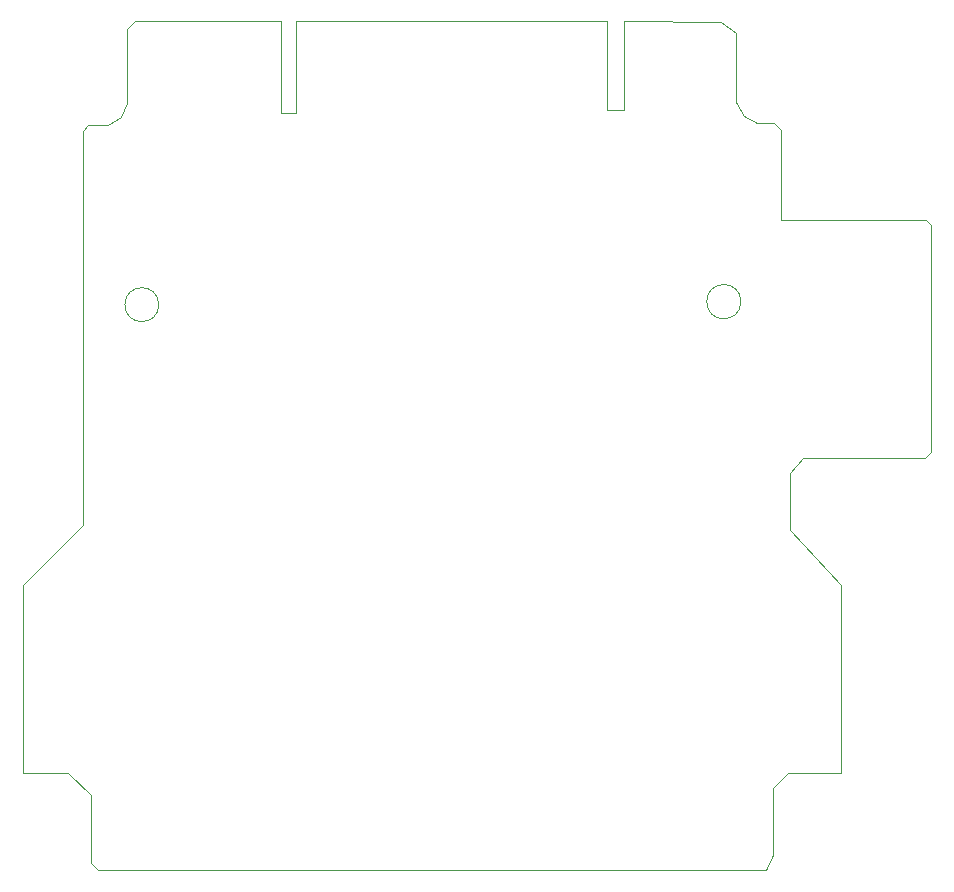
<source format=gbr>
%TF.GenerationSoftware,KiCad,Pcbnew,9.0.0*%
%TF.CreationDate,2025-04-04T09:07:06-04:00*%
%TF.ProjectId,RTC-Link2,5254432d-4c69-46e6-9b32-2e6b69636164,1.1*%
%TF.SameCoordinates,Original*%
%TF.FileFunction,Profile,NP*%
%FSLAX46Y46*%
G04 Gerber Fmt 4.6, Leading zero omitted, Abs format (unit mm)*
G04 Created by KiCad (PCBNEW 9.0.0) date 2025-04-04 09:07:06*
%MOMM*%
%LPD*%
G01*
G04 APERTURE LIST*
%TA.AperFunction,Profile*%
%ADD10C,0.100000*%
%TD*%
G04 APERTURE END LIST*
D10*
X121285000Y-109220000D02*
X123190000Y-111125000D01*
X194310000Y-82042000D02*
X194310000Y-62865000D01*
X123190000Y-111125000D02*
X123190000Y-116840000D01*
X177775000Y-46575000D02*
X177775000Y-52425000D01*
X122555000Y-88265000D02*
X122550000Y-54925000D01*
X123825000Y-117475000D02*
X180340000Y-117475000D01*
X182372000Y-88646000D02*
X182372000Y-83820000D01*
X168325000Y-53150000D02*
X168325000Y-45600000D01*
X124625000Y-54425000D02*
X125775000Y-53675000D01*
X123190000Y-116840000D02*
X123825000Y-117475000D01*
X194310000Y-82042000D02*
X193802000Y-82550000D01*
X182372000Y-83820000D02*
X183515000Y-82550000D01*
X178233661Y-69342000D02*
G75*
G02*
X175334339Y-69342000I-1449661J0D01*
G01*
X175334339Y-69342000D02*
G75*
G02*
X178233661Y-69342000I1449661J0D01*
G01*
X126900000Y-45600000D02*
X139300000Y-45600000D01*
X117475000Y-109220000D02*
X121285000Y-109220000D01*
X139300000Y-45600000D02*
X139300000Y-53375000D01*
X122950000Y-54425000D02*
X124625000Y-54425000D01*
X166875000Y-53150000D02*
X168325000Y-53150000D01*
X181600000Y-54800000D02*
X181600000Y-62450000D01*
X193802000Y-82550000D02*
X183515000Y-82550000D01*
X126275000Y-46225000D02*
X126275000Y-52500000D01*
X181600000Y-62450000D02*
X193925000Y-62450000D01*
X180975000Y-110490000D02*
X182245000Y-109220000D01*
X126275000Y-46225000D02*
X126900000Y-45600000D01*
X178525000Y-53625000D02*
X179625000Y-54200000D01*
X168325000Y-45600000D02*
X176550000Y-45625000D01*
X186690000Y-109220000D02*
X186690000Y-93345000D01*
X186690000Y-93345000D02*
X182372000Y-88646000D01*
X122555000Y-88265000D02*
X117475000Y-93345000D01*
X180975000Y-116205000D02*
X180975000Y-110490000D01*
X166875000Y-45600000D02*
X166875000Y-53150000D01*
X177775000Y-52425000D02*
X178525000Y-53625000D01*
X140600000Y-45600000D02*
X166875000Y-45600000D01*
X125775000Y-53675000D02*
X126275000Y-52500000D01*
X139300000Y-53375000D02*
X140575000Y-53375000D01*
X181000000Y-54200000D02*
X181600000Y-54800000D01*
X180340000Y-117475000D02*
X180975000Y-116205000D01*
X117475000Y-93345000D02*
X117475000Y-109220000D01*
X182245000Y-109220000D02*
X186690000Y-109220000D01*
X140575000Y-53375000D02*
X140600000Y-45600000D01*
X128944841Y-69596000D02*
G75*
G02*
X126071159Y-69596000I-1436841J0D01*
G01*
X126071159Y-69596000D02*
G75*
G02*
X128944841Y-69596000I1436841J0D01*
G01*
X181000000Y-54200000D02*
X179625000Y-54200000D01*
X122550000Y-54925000D02*
X122950000Y-54425000D01*
X193925000Y-62450000D02*
X194310000Y-62865000D01*
X176550000Y-45625000D02*
X177775000Y-46575000D01*
M02*

</source>
